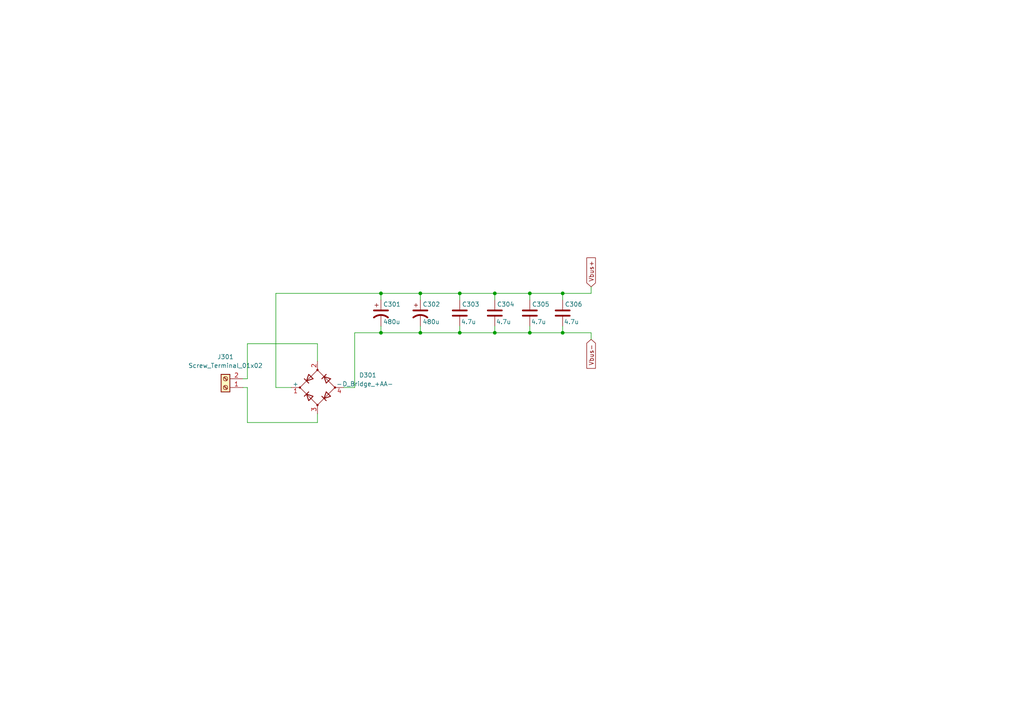
<source format=kicad_sch>
(kicad_sch (version 20211123) (generator eeschema)
  (paper "A4")
  (lib_symbols
    (symbol "Connector:Screw_Terminal_01x02" (pin_names (offset 1.016) hide)
      (property "Reference" "J" (at 0 2.54 0))
      (property "Value" "Screw_Terminal_01x02" (at 0 -5.08 0))
      (symbol "Screw_Terminal_01x02_1_1"
        (rectangle (start -1.27 1.27) (end 1.27 -3.81) (stroke (width 0.254)) (fill (type background)))
        (circle (center 0 -2.54) (radius 0.635) (stroke (width 0.1524)))
        (polyline (pts (xy -0.5334 -2.2098) (xy 0.3302 -3.048)) (stroke (width 0.1524)))
        (polyline (pts (xy -0.5334 0.3302) (xy 0.3302 -0.508)) (stroke (width 0.1524)))
        (polyline (pts (xy -0.3556 -2.032) (xy 0.508 -2.8702)) (stroke (width 0.1524)))
        (polyline (pts (xy -0.3556 0.508) (xy 0.508 -0.3302)) (stroke (width 0.1524)))
        (circle (center 0 0) (radius 0.635) (stroke (width 0.1524)))
        (pin passive line (at -5.08 0 0) (length 3.81) (name "Pin_1") (number "1"))
        (pin passive line (at -5.08 -2.54 0) (length 3.81) (name "Pin_2") (number "2"))
      )
    )
    (symbol "Device:C" (pin_numbers hide) (pin_names (offset 0.254))
      (property "Reference" "C" (at 0.635 2.54 0))
      (property "Value" "C" (at 0.635 -2.54 0))
      (symbol "C_0_1"
        (polyline (pts (xy -2.032 -0.762) (xy 2.032 -0.762)) (stroke (width 0.508)))
        (polyline (pts (xy -2.032 0.762) (xy 2.032 0.762)) (stroke (width 0.508)))
      )
      (symbol "C_1_1"
        (pin passive line (at 0 3.81 270) (length 2.794) (name "~") (number "1"))
        (pin passive line (at 0 -3.81 90) (length 2.794) (name "~") (number "2"))
      )
    )
    (symbol "Device:C_Polarized_US" (pin_numbers hide) (pin_names (offset 0.254) hide)
      (property "Reference" "C" (at 0.635 2.54 0))
      (property "Value" "C_Polarized_US" (at 0.635 -2.54 0))
      (symbol "C_Polarized_US_0_1"
        (polyline (pts (xy -2.032 0.762) (xy 2.032 0.762)) (stroke (width 0.508)))
        (polyline (pts (xy -1.778 2.286) (xy -0.762 2.286)))
        (polyline (pts (xy -1.27 1.778) (xy -1.27 2.794)))
        (arc (start 2.032 -1.27) (mid 0 -0.5572) (end -2.032 -1.27) (stroke (width 0.508)))
      )
      (symbol "C_Polarized_US_1_1"
        (pin passive line (at 0 3.81 270) (length 2.794) (name "~") (number "1"))
        (pin passive line (at 0 -3.81 90) (length 3.302) (name "~") (number "2"))
      )
    )
    (symbol "Device:D_Bridge_+AA-" (pin_names (offset 0))
      (property "Reference" "D" (at 2.54 6.985 0))
      (property "Value" "D_Bridge_+AA-" (at 2.54 5.08 0))
      (symbol "D_Bridge_+AA-_0_1"
        (circle (center -5.08 0) (radius 0.254) (fill (type outline)))
        (circle (center 0 -5.08) (radius 0.254) (fill (type outline)))
        (polyline (pts (xy -2.54 3.81) (xy -1.27 2.54)) (stroke (width 0.254)))
        (polyline (pts (xy -1.27 -2.54) (xy -2.54 -3.81)) (stroke (width 0.254)))
        (polyline (pts (xy 2.54 -1.27) (xy 3.81 -2.54)) (stroke (width 0.254)))
        (polyline (pts (xy 2.54 1.27) (xy 3.81 2.54)) (stroke (width 0.254)))
        (polyline (pts (xy -3.81 2.54) (xy -2.54 1.27) (xy -1.905 3.175) (xy -3.81 2.54)) (stroke (width 0.254)))
        (polyline (pts (xy -2.54 -1.27) (xy -3.81 -2.54) (xy -1.905 -3.175) (xy -2.54 -1.27)) (stroke (width 0.254)))
        (polyline (pts (xy 1.27 2.54) (xy 2.54 3.81) (xy 3.175 1.905) (xy 1.27 2.54)) (stroke (width 0.254)))
        (polyline (pts (xy 3.175 -1.905) (xy 1.27 -2.54) (xy 2.54 -3.81) (xy 3.175 -1.905)) (stroke (width 0.254)))
        (polyline (pts (xy -5.08 0) (xy 0 -5.08) (xy 5.08 0) (xy 0 5.08) (xy -5.08 0)))
        (circle (center 0 5.08) (radius 0.254) (fill (type outline)))
        (circle (center 5.08 0) (radius 0.254) (fill (type outline)))
      )
      (symbol "D_Bridge_+AA-_1_1"
        (pin passive line (at 7.62 0 180) (length 2.54) (name "+") (number "1"))
        (pin passive line (at 0 7.62 270) (length 2.54) (name "~") (number "2"))
        (pin passive line (at 0 -7.62 90) (length 2.54) (name "~") (number "3"))
        (pin passive line (at -7.62 0 0) (length 2.54) (name "-") (number "4"))
      )
    )
  )
  (junction (at 143.51 96.52))
  (junction (at 110.49 85.09))
  (junction (at 121.92 96.52))
  (junction (at 133.35 85.09))
  (junction (at 163.195 96.52))
  (junction (at 133.35 96.52))
  (junction (at 153.67 85.09))
  (junction (at 121.92 85.09))
  (junction (at 163.195 85.09))
  (junction (at 143.51 85.09))
  (junction (at 153.67 96.52))
  (junction (at 110.49 96.52))
  (wire (pts (xy 133.35 85.09) (xy 133.35 86.995)))
  (wire (pts (xy 121.92 85.09) (xy 110.49 85.09)))
  (wire (pts (xy 121.92 94.615) (xy 121.92 96.52)))
  (wire (pts (xy 133.35 85.09) (xy 121.92 85.09)))
  (wire (pts (xy 133.35 96.52) (xy 121.92 96.52)))
  (wire (pts (xy 143.51 96.52) (xy 153.67 96.52)))
  (wire (pts (xy 171.45 83.185) (xy 171.45 85.09)))
  (wire (pts (xy 110.49 94.615) (xy 110.49 96.52)))
  (wire (pts (xy 92.075 99.695) (xy 92.075 104.775)))
  (wire (pts (xy 143.51 85.09) (xy 153.67 85.09)))
  (wire (pts (xy 143.51 96.52) (xy 133.35 96.52)))
  (wire (pts (xy 163.195 94.615) (xy 163.195 96.52)))
  (wire (pts (xy 71.755 99.695) (xy 92.075 99.695)))
  (wire (pts (xy 153.67 85.09) (xy 163.195 85.09)))
  (wire (pts (xy 71.755 109.855) (xy 70.485 109.855)))
  (wire (pts (xy 163.195 85.09) (xy 163.195 86.995)))
  (wire (pts (xy 163.195 85.09) (xy 171.45 85.09)))
  (wire (pts (xy 143.51 94.615) (xy 143.51 96.52)))
  (wire (pts (xy 121.92 96.52) (xy 110.49 96.52)))
  (wire (pts (xy 71.755 122.555) (xy 92.075 122.555)))
  (wire (pts (xy 133.35 94.615) (xy 133.35 96.52)))
  (wire (pts (xy 121.92 85.09) (xy 121.92 86.995)))
  (wire (pts (xy 143.51 85.09) (xy 143.51 86.995)))
  (wire (pts (xy 153.67 94.615) (xy 153.67 96.52)))
  (wire (pts (xy 110.49 85.09) (xy 110.49 86.995)))
  (wire (pts (xy 99.695 112.395) (xy 102.87 112.395)))
  (wire (pts (xy 80.01 112.395) (xy 80.01 85.09)))
  (wire (pts (xy 92.075 122.555) (xy 92.075 120.015)))
  (wire (pts (xy 153.67 96.52) (xy 163.195 96.52)))
  (wire (pts (xy 102.87 96.52) (xy 110.49 96.52)))
  (wire (pts (xy 71.755 112.395) (xy 71.755 122.555)))
  (wire (pts (xy 70.485 112.395) (xy 71.755 112.395)))
  (wire (pts (xy 163.195 96.52) (xy 171.45 96.52)))
  (wire (pts (xy 143.51 85.09) (xy 133.35 85.09)))
  (wire (pts (xy 71.755 99.695) (xy 71.755 109.855)))
  (wire (pts (xy 171.45 96.52) (xy 171.45 98.425)))
  (wire (pts (xy 80.01 85.09) (xy 110.49 85.09)))
  (wire (pts (xy 84.455 112.395) (xy 80.01 112.395)))
  (wire (pts (xy 153.67 85.09) (xy 153.67 86.995)))
  (wire (pts (xy 102.87 112.395) (xy 102.87 96.52)))
  (global_label "Vbus+" (shape input) (at 171.45 83.185 90) (property "Intersheet References" "${INTERSHEET_REFS}" (effects hide)))
  (global_label "Vbus-" (shape input) (at 171.45 98.425 270) (property "Intersheet References" "${INTERSHEET_REFS}" (effects hide)))
  (symbol (lib_id "Connector:Screw_Terminal_01x02") (at 65.405 112.395 180) (unit 1)
    (property "Reference" "J301" (at 65.405 103.505 0))
    (property "Value" "Screw_Terminal_01x02" (at 65.405 106.045 0))
    (property "Footprint" "TerminalBlock:TerminalBlock_Altech_AK300-2_P5.00mm" (effects hide))
  )
  (symbol (lib_id "Device:C") (at 133.35 90.805 0) (unit 1)
    (property "Reference" "C303" (at 136.525 88.265 0))
    (property "Value" "4.7u" (at 135.89 93.345 0))
    (property "Footprint" "Capacitor_THT:C_Rect_L16.5mm_W9.0mm_P15.00mm_MKT" (effects hide))
  )
  (symbol (lib_id "Device:C_Polarized_US") (at 110.49 90.805 0) (unit 1)
    (property "Reference" "C301" (at 111.125 88.265 0) (effects (justify left)))
    (property "Value" "480u" (at 111.125 93.345 0) (effects (justify left)))
    (property "Footprint" "Capacitor_THT:CP_Radial_D35.0mm_P10.00mm_SnapIn" (effects hide))
  )
  (symbol (lib_id "Device:D_Bridge_+AA-") (at 92.075 112.395 0) (mirror y) (unit 1)
    (property "Reference" "D301" (at 106.68 108.8136 0))
    (property "Value" "D_Bridge_+AA-" (at 106.68 111.3536 0))
    (property "Footprint" "Diode_THT:Diode_Bridge_Vishay_KBU" (effects hide))
  )
  (symbol (lib_id "Device:C") (at 163.195 90.805 0) (unit 1)
    (property "Reference" "C306" (at 166.37 88.265 0))
    (property "Value" "4.7u" (at 165.735 93.345 0))
    (property "Footprint" "Capacitor_THT:C_Rect_L16.5mm_W9.0mm_P15.00mm_MKT" (effects hide))
  )
  (symbol (lib_id "Device:C_Polarized_US") (at 121.92 90.805 0) (unit 1)
    (property "Reference" "C302" (at 122.555 88.265 0) (effects (justify left)))
    (property "Value" "480u" (at 122.555 93.345 0) (effects (justify left)))
    (property "Footprint" "Capacitor_THT:CP_Radial_D35.0mm_P10.00mm_SnapIn" (effects hide))
  )
  (symbol (lib_id "Device:C") (at 143.51 90.805 0) (unit 1)
    (property "Reference" "C304" (at 146.685 88.265 0))
    (property "Value" "4.7u" (at 146.05 93.345 0))
    (property "Footprint" "Capacitor_THT:C_Rect_L16.5mm_W9.0mm_P15.00mm_MKT" (effects hide))
  )
  (symbol (lib_id "Device:C") (at 153.67 90.805 0) (unit 1)
    (property "Reference" "C305" (at 156.845 88.265 0))
    (property "Value" "4.7u" (at 156.21 93.345 0))
    (property "Footprint" "Capacitor_THT:C_Rect_L16.5mm_W9.0mm_P15.00mm_MKT" (effects hide))
  )
)
</source>
